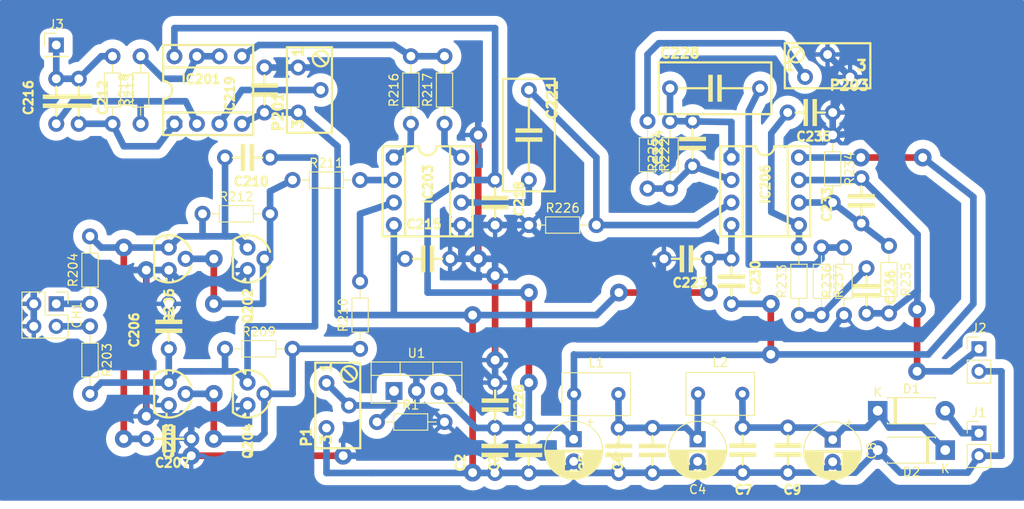
<source format=kicad_pcb>
(kicad_pcb (version 20221018) (generator pcbnew)
  (layers (0 "F.Cu" signal) (31 "B.Cu" signal) (34 "B.Paste" user) (35 "F.Paste" user) (36 "B.SilkS" user "B.Silkscreen") (37 "F.SilkS" user "F.Silkscreen") (38 "B.Mask" user) (39 "F.Mask" user) (44 "Edge.Cuts" user))
  (net 0 "")
  (net 1 "VGND")
  (net 2 "Net-(Q204-C)")
  (net 3 "RIGHT LEG")
  (net 4 "Net-(Q202-C)")
  (net 5 "GND")
  (net 6 "+5V{slash}2")
  (net 7 "Net-(IC206A-+IN)")
  (net 8 "COM")
  (net 9 "Net-(IC206A--IN)")
  (net 10 "Net-(IC206A-OUT)")
  (net 11 "Net-(C228-Pad2)")
  (net 12 "Net-(IC206B--IN)")
  (net 13 "DC CHECK")
  (net 14 "Net-(IC206B-+IN)")
  (net 15 "Net-(C236-Pad1)")
  (net 16 "Net-(IC203-RG)")
  (net 17 "Net-(IC203--IN)")
  (net 18 "Net-(IC203-+IN)")
  (net 19 "Net-(IC203-RG@1)")
  (net 20 "Net-(P203-Pad1)")
  (net 21 "Net-(Q202-B)")
  (net 22 "Net-(Q204-B)")
  (net 23 "Net-(C212-Pad2)")
  (net 24 "cha1 +")
  (net 25 "cha1 -")
  (net 26 "OUT")
  (net 27 "Net-(IC201A-+)")
  (net 28 "Net-(IC201B-+)")
  (net 29 "Net-(IC201B--)")
  (net 30 "Net-(U1-ADJ)")
  (net 31 "+5V{slash}3")
  (net 32 "Net-(D1-K)")
  (net 33 "VCC")
  (footprint "" (layer "F.Cu") (at 86.36 107.315)
    (fp_text reference "")
    (fp_text value "")
  )
  (footprint "modEEGamp_v1.12:DIL-08" (layer "F.Cu") (at 113.03 77.47 -90)
    (fp_text reference "IC203")
    (fp_text value "INA114P")
  )
  (footprint "" (layer "F.Cu") (at 88.9 90.16366 90)
    (fp_text reference "")
    (fp_text value "")
  )
  (footprint "modEEGamp_v1.12:CP_Radial_D6.3mm_P2.50mm" (layer "F.Cu") (at 129.52 105.45 -90)
    (fp_text reference "C1")
    (fp_text value "47µF")
  )
  (footprint "" (layer "F.Cu") (at 120.65 96.52)
    (fp_text reference "")
    (fp_text value "")
  )
  (footprint "" (layer "F.Cu") (at 88.9 105.41 -90)
    (fp_text reference "")
    (fp_text value "")
  )
  (footprint "" (layer "F.Cu") (at 81.28 102.87)
    (fp_text reference "")
    (fp_text value "")
  )
  (footprint "modEEGamp_v1.12:R_Axial_DIN0204_L3.6mm_D1.6mm_P7.62mm_Horizontal" (layer "F.Cu") (at 97.79 76.2)
    (fp_text reference "R211")
    (fp_text value "2k2")
  )
  (footprint "modEEGamp_v1.12:C-5" (layer "F.Cu") (at 147.32 87.63 -90)
    (fp_text reference "C230")
    (fp_text value "100nF")
  )
  (footprint "modEEGamp_v1.12:R_Axial_DIN0204_L3.6mm_D1.6mm_P7.62mm_Horizontal" (layer "F.Cu") (at 154.94 91.44 90)
    (fp_text reference "R233")
    (fp_text value "15k")
  )
  (footprint "" (layer "F.Cu") (at 118.11 91.44)
    (fp_text reference "")
    (fp_text value "")
  )
  (footprint "modEEGamp_v1.12:C-5" (layer "F.Cu") (at 153.69 106.68 90)
    (fp_text reference "C9")
    (fp_text value "100nF")
  )
  (footprint "modEEGamp_v1.12:CP_Radial_D6.3mm_P2.50mm" (layer "F.Cu") (at 158.75 105.497621 -90)
    (fp_text reference "C8")
    (fp_text value "47µF")
  )
  (footprint "modEEGamp_v1.12:C-10" (layer "F.Cu") (at 145.47 65.84)
    (fp_text reference "C228")
    (fp_text value "1µF")
  )
  (footprint "modEEGamp_v1.12:S64Y" (layer "F.Cu") (at 158.17 63.3 180)
    (fp_text reference "P203")
    (fp_text value "20k")
  )
  (footprint "modEEGamp_v1.12:R_Axial_DIN0204_L3.6mm_D1.6mm_P7.62mm_Horizontal" (layer "F.Cu") (at 74.93 90.17 90)
    (fp_text reference "R204")
    (fp_text value "2k2")
  )
  (footprint "modEEGamp_v1.12:S64Y" (layer "F.Cu") (at 102.89 101.64 90)
    (fp_text reference "P1")
    (fp_text value "20k")
  )
  (footprint "modEEGamp_v1.12:C-5" (layer "F.Cu") (at 83.82 105.41 180)
    (fp_text reference "C207")
    (fp_text value "100pF")
  )
  (footprint "modEEGamp_v1.12:C-5" (layer "F.Cu") (at 94.615 66.04 90)
    (fp_text reference "C219")
    (fp_text value "100nF")
  )
  (footprint "modEEGamp_v1.12:C-5" (layer "F.Cu") (at 120.65 78.74 -90)
    (fp_text reference "C218")
    (fp_text value "100nF")
  )
  (footprint "" (layer "F.Cu") (at 88.9 85.09 -90)
    (fp_text reference "")
    (fp_text value "")
  )
  (footprint "modEEGamp_v1.12:TO92" (layer "F.Cu") (at 83.82 85.09 -90)
    (fp_text reference "Q206")
    (fp_text value "BC547")
  )
  (footprint "Diode_THT:D_DO-41_SOD81_P7.62mm_Horizontal" (layer "F.Cu") (at 163.83 102.235)
    (fp_text reference "D1")
    (fp_text value "1N5818")
  )
  (footprint "modEEGamp_v1.12:R_Axial_DIN0204_L3.6mm_D1.6mm_P7.62mm_Horizontal" (layer "F.Cu") (at 74.93 92.71 -90)
    (fp_text reference "R203")
    (fp_text value "2k2")
  )
  (footprint "modEEGamp_v1.12:C-5" (layer "F.Cu") (at 124.44 106.72 90)
    (fp_text reference "C3")
    (fp_text value "10nF")
  )
  (footprint "" (layer "F.Cu") (at 168.91 73.66)
    (fp_text reference "")
    (fp_text value "")
  )
  (footprint "modEEGamp_v1.12:C-5" (layer "F.Cu") (at 92.71 73.66 180)
    (fp_text reference "C210")
    (fp_text value "10pF")
  )
  (footprint "modEEGamp_v1.12:R_Axial_DIN0204_L3.6mm_D1.6mm_P7.62mm_Horizontal" (layer "F.Cu") (at 90.17 95.25)
    (fp_text reference "R209")
    (fp_text value "2k2")
  )
  (footprint "" (layer "F.Cu") (at 124.46 88.9)
    (fp_text reference "")
    (fp_text value "")
  )
  (footprint "modEEGamp_v1.12:C-5" (layer "F.Cu") (at 156.21 68.58 180)
    (fp_text reference "C235")
    (fp_text value "220nF 5%")
  )
  (footprint "" (layer "F.Cu") (at 81.28 86.36)
    (fp_text reference "")
    (fp_text value "")
  )
  (footprint "modEEGamp_v1.12:S64Y" (layer "F.Cu") (at 99.695 66.04 90)
    (fp_text reference "P201")
    (fp_text value "20k")
  )
  (footprint "modEEGamp_v1.12:R_Axial_DIN0204_L3.6mm_D1.6mm_P7.62mm_Horizontal" (layer "F.Cu") (at 124.46 81.28)
    (fp_text reference "R226")
    (fp_text value "1M")
  )
  (footprint "" (layer "F.Cu") (at 134.62 88.9)
    (fp_text reference "")
    (fp_text value "")
  )
  (footprint "" (layer "F.Cu") (at 78.74 83.82)
    (fp_text reference "")
    (fp_text value "")
  )
  (footprint "modEEGamp_v1.12:C-5" (layer "F.Cu") (at 161.98 78.54 90)
    (fp_text reference "C233")
    (fp_text value "1nF")
  )
  (footprint "" (layer "F.Cu") (at 144.78 88.9)
    (fp_text reference "")
    (fp_text value "")
  )
  (footprint "modEEGamp_v1.12:C-5" (layer "F.Cu") (at 73.66 67.31 -90)
    (fp_text reference "C212")
    (fp_text value "1nF")
  )
  (footprint "" (layer "F.Cu") (at 118.11 109.22)
    (fp_text reference "")
    (fp_text value "")
  )
  (footprint "" (layer "F.Cu") (at 124.46 99.06)
    (fp_text reference "")
    (fp_text value "")
  )
  (footprint "modEEGamp_v1.12:TO92" (layer "F.Cu") (at 92.71 85.09 -90)
    (fp_text reference "Q202")
    (fp_text value "BC557")
  )
  (footprint "Connector_PinHeader_2.54mm:PinHeader_2x02_P2.54mm_Vertical" (layer "F.Cu") (at 71.12 90.17 -90)
    (fp_text reference "CH1")
    (fp_text value " ")
  )
  (footprint "Inductor_THT:L_Radial_L7.5mm_W4.6mm_P5.00mm_Neosid_SD75" (layer "F.Cu") (at 143.55 100.33)
    (fp_text reference "L2")
    (fp_text value "22µH")
  )
  (footprint "modEEGamp_v1.12:R_Axial_DIN0204_L3.6mm_D1.6mm_P7.62mm_Horizontal" (layer "F.Cu") (at 137.85 69.54 -90)
    (fp_text reference "R222")
    (fp_text value "1k")
  )
  (footprint "" (layer "F.Cu") (at 120.65 86.995)
    (fp_text reference "")
    (fp_text value "")
  )
  (footprint "modEEGamp_v1.12:R_Axial_DIN0204_L3.6mm_D1.6mm_P7.62mm_Horizontal" (layer "F.Cu") (at 158.75 71.12 -90)
    (fp_text reference "R234")
    (fp_text value "8.2k")
  )
  (footprint "Package_TO_SOT_THT:TO-220-3_Vertical" (layer "F.Cu") (at 109.24 100.005)
    (fp_text reference "U1")
    (fp_text value "LM317_TO-220")
  )
  (footprint "modEEGamp_v1.12:R_Axial_DIN0204_L3.6mm_D1.6mm_P7.62mm_Horizontal" (layer "F.Cu") (at 111.141 69.85 90)
    (fp_text reference "R216")
    (fp_text value "2k2")
  )
  (footprint "" (layer "F.Cu") (at 161.925 73.66)
    (fp_text reference "")
    (fp_text value "")
  )
  (footprint "Connector_PinHeader_2.54mm:PinHeader_1x02_P2.54mm_Vertical" (layer "F.Cu") (at 175.26 104.77)
    (fp_text reference "J1")
    (fp_text value "Power")
  )
  (footprint "Diode_THT:D_DO-41_SOD81_P7.62mm_Horizontal" (layer "F.Cu") (at 171.45 106.68 180)
    (fp_text reference "D2")
    (fp_text value "1N5818")
  )
  (footprint "modEEGamp_v1.12:R_Axial_DIN0204_L3.6mm_D1.6mm_P7.62mm_Horizontal" (layer "F.Cu") (at 105.41 95.25 90)
    (fp_text reference "R210")
    (fp_text value "2k2")
  )
  (footprint "modEEGamp_v1.12:C-5" (layer "F.Cu") (at 71.12 67.31 -90)
    (fp_text reference "C216")
    (fp_text value "1nF")
  )
  (footprint "modEEGamp_v1.12:DIL-08" (layer "F.Cu") (at 88.265 66.04)
    (fp_text reference "IC201")
    (fp_text value "TLC277")
  )
  (footprint "modEEGamp_v1.12:TO92" (layer "F.Cu") (at 83.82 100.33 -90)
    (fp_text reference "Q208")
    (fp_text value "BC547")
  )
  (footprint "modEEGamp_v1.12:R_Axial_DIN0204_L3.6mm_D1.6mm_P7.62mm_Horizontal" (layer "F.Cu") (at 165.1 83.62 -90)
    (fp_text reference "R235")
    (fp_text value "100k")
  )
  (footprint "modEEGamp_v1.12:C-5" (layer "F.Cu") (at 113.03 85.09)
    (fp_text reference "C215")
    (fp_text value "100nF")
  )
  (footprint "modEEGamp_v1.12:C-5" (layer "F.Cu") (at 142.24 85.09 180)
    (fp_text reference "C223")
    (fp_text value "100nF")
  )
  (footprint "modEEGamp_v1.12:C-5" (layer "F.Cu") (at 138.41 106.72 90)
    (fp_text reference "C6")
    (fp_text value "10nF")
  )
  (footprint "modEEGamp_v1.12:R_Axial_DIN0204_L3.6mm_D1.6mm_P7.62mm_Horizontal" (layer "F.Cu") (at 107.315 103.505)
    (fp_text reference "R1")
    (fp_text value "100")
  )
  (footprint "modEEGamp_v1.12:C-5" (layer "F.Cu") (at 120.65 101.6 -90)
    (fp_text reference "C226")
    (fp_text value "100nF")
  )
  (footprint "Inductor_THT:L_Radial_L7.5mm_W4.6mm_P5.00mm_Neosid_SD75" (layer "F.Cu") (at 129.56 100.37)
    (fp_text reference "L1")
    (fp_text value "22µH")
  )
  (footprint "modEEGamp_v1.12:C-5" (layer "F.Cu") (at 142.93 72.08 90)
    (fp_text reference "C224")
    (fp_text value "1nF")
  )
  (footprint "" (layer "F.Cu") (at 103.505 107.315)
    (fp_text reference "")
    (fp_text value "")
  )
  (footprint "" (layer "F.Cu") (at 118.745 85.09)
    (fp_text reference "")
    (fp_text value "")
  )
  (footprint "modEEGamp_v1.12:C-10" (layer "F.Cu") (at 124.46 71.12 -90)
    (fp_text reference "C221")
    (fp_text value "1µF")
  )
  (footprint "" (layer "F.Cu") (at 151.765 90.17)
    (fp_text reference "")
    (fp_text value "")
  )
  (footprint "" (layer "F.Cu") (at 88.9 100.33)
    (fp_text reference "")
    (fp_text value "")
  )
  (footprint "" (layer "F.Cu") (at 168.275 90.805)
    (fp_text reference "")
    (fp_text value "")
  )
  (footprint "" (layer "F.Cu") (at 118.745 71.12)
    (fp_text reference "")
    (fp_text value "")
  )
  (footprint "modEEGamp_v1.12:DIL-08" (layer "F.Cu") (at 151.13 77.47 -90)
    (fp_text reference "IC206")
    (fp_text value "TLC277P")
  )
  (footprint "modEEGamp_v1.12:R_Axial_DIN0204_L3.6mm_D1.6mm_P7.62mm_Horizontal" (layer "F.Cu") (at 157.48 83.82 -90)
    (fp_text reference "R237")
    (fp_text value "10k")
  )
  (footprint "modEEGamp_v1.12:C-5" (layer "F.Cu") (at 148.59 106.68 -90)
    (fp_text reference "C7")
    (fp_text value "100nF")
  )
  (footprint "modEEGamp_v1.12:R_Axial_DIN0204_L3.6mm_D1.6mm_P7.62mm_Horizontal" (layer "F.Cu") (at 114.935 69.85 90)
    (fp_text reference "R217")
    (fp_text value "2k2")
  )
  (footprint "modEEGamp_v1.12:C-5" (layer "F.Cu") (at 134.6 106.72 90)
    (fp_text reference "C5")
    (fp_text value "100nF")
  )
  (footprint "modEEGamp_v1.12:R_Axial_DIN0204_L3.6mm_D1.6mm_P7.62mm_Horizontal" (layer "F.Cu") (at 160.02 91.44 90)
    (fp_text reference "R236")
    (fp_text value "1M")
  )
  (footprint "Connector_PinHeader_2.54mm:PinHeader_1x02_P2.54mm_Vertical" (layer "F.Cu") (at 175.26 95.25)
    (fp_text reference "J2")
    (fp_text value "Saída")
  )
  (footprint "modEEGamp_v1.12:TO92" (layer "F.Cu") (at 92.71 100.33 -90)
    (fp_text reference "Q204")
    (fp_text value "BC557")
  )
  (footprint "modEEGamp_v1.12:R_Axial_DIN0204_L3.6mm_D1.6mm_P7.62mm_Horizontal" (layer "F.Cu") (at 87.63 80.01)
    (fp_text reference "R212")
    (fp_text value "2k2")
  )
  (footprint "modEEGamp_v1.12:R_Axial_DIN0204_L3.6mm_D1.6mm_P7.62mm_Horizontal" (layer "F.Cu") (at 77.47 62.23 -90)
    (fp_text reference "R213")
    (fp_text value "200k")
  )
  (footprint "modEEGamp_v1.12:R_Axial_DIN0204_L3.6mm_D1.6mm_P7.62mm_Horizontal" (layer "F.Cu") (at 80.645 69.85 90)
    (fp_text reference "R218")
    (fp_text value "10k")
  )
  (footprint "modEEGamp_v1.12:C-5" (layer "F.Cu") (at 83.82 92.71 90)
    (fp_text reference "C206")
    (fp_text value "100pF")
  )
  (footprint "modEEGamp_v1.12:CP_Radial_D6.3mm_P2.50mm" (layer "F.Cu") (at 143.51 105.45 -90)
    (fp_text reference "C4")
    (fp_text value "47µF")
  )
  (footprint "modEEGamp_v1.12:R_Axial_DIN0204_L3.6mm_D1.6mm_P7.62mm_Horizontal" (layer "F.Cu") (at 140.39 77.16 90)
    (fp_text reference "R225")
    (fp_text value "100k")
  )
  (footprint "" (layer "F.Cu") (at 78.74 105.41)
    (fp_text reference "")
    (fp_text value "")
  )
  (footprint "modEEGamp_v1.12:C-5" (layer "F.Cu") (at 120.63 106.72 90)
    (fp_text reference "C2")
    (fp_text value "100nF")
  )
  (footprint "modEEGamp_v1.12:C-5" (layer "F.Cu") (at 162.56 88.7 -90)
    (fp_text reference "C236")
    (fp_text value "33nF 5%")
  )
  (footprint "" (layer "F.Cu") (at 151.765 95.885)
    (fp_text reference "")
    (fp_text value "")
  )
  (footprint "Connector_PinHeader_2.54mm:PinHeader_1x01_P2.54mm_Vertical" (layer "F.Cu") (at 71.12 60.96)
    (fp_text reference "J3")
    (fp_text value "right leg")
  )
  (footprint "" (layer "F.Cu") (at 168.275 97.79)
    (fp_text reference "")
    (fp_text value "")
  )
  (segment (start 120.65 86.995) (end 120.65 96.52) (width 0.75) (layer "F.Cu") (net 1))
  (segment (start 118.745 71.12) (end 118.745 85.09) (width 0.75) (layer "F.Cu") (net 1))
  (segment (start 81.28 86.36) (end 81.28 102.87) (width 0.75) (layer "F.Cu") (net 1))
  (segment (start 103.505 107.315) (end 86.36 107.315) (width 0.75) (layer "F.Cu") (net 1))
  (segment (start 124.46 81.28) (end 128.27 85.09) (width 0.75) (layer "B.Cu") (net 1))
  (segment (start 86.36 102.87) (end 86.36 105.41) (width 0.75) (layer "B.Cu") (net 1))
  (segment (start 116.84 85.09) (end 116.84 81.28) (width 0.75) (layer "B.Cu") (net 1))
  (segment (start 86.36 105.41) (end 86.36 107.315) (width 0.75) (layer "B.Cu") (net 1))
  (segment (start 160.02 91.38) (end 158.17 93.78) (width 0.75) (layer "B.Cu") (net 1))
  (segment (start 172.72 89.39) (end 168.33 93.78) (width 0.75) (layer "B.Cu") (net 1))
  (segment (start 115.57 85.09) (end 116.84 85.09) (width 0.75) (layer "B.Cu") (net 1))
  (segment (start 113.03 103.505) (end 111.76 102.235) (width 0.75) (layer "B.Cu") (net 1))
  (segment (start 161.98 70.92) (end 172.72 81.66) (width 0.75) (layer "B.Cu") (net 1))
  (segment (start 160.71 64.57) (end 158.75 68.58) (width 0.75) (layer "B.Cu") (net 1))
  (segment (start 114.935 103.505) (end 113.03 103.505) (width 0.75) (layer "B.Cu") (net 1))
  (segment (start 120.65 81.28) (end 124.46 81.28) (width 0.75) (layer "B.Cu") (net 1))
  (segment (start 111.76 97.155) (end 118.745 97.155) (width 0.75) (layer "B.Cu") (net 1))
  (segment (start 142.04 93.78) (end 139.12 90.86) (width 0.75) (layer "B.Cu") (net 1))
  (segment (start 83.82 86.36) (end 85.09 87.63) (width 0.75) (layer "B.Cu") (net 1))
  (segment (start 83.82 101.6) (end 83.82 102.87) (width 0.75) (layer "B.Cu") (net 1))
  (segment (start 172.72 81.66) (end 172.72 89.39) (width 0.75) (layer "B.Cu") (net 1))
  (segment (start 111.76 102.235) (end 111.76 97.155) (width 0.75) (layer "B.Cu") (net 1))
  (segment (start 139.12 90.86) (end 139.12 85.67) (width 0.75) (layer "B.Cu") (net 1))
  (segment (start 98.425 63.5) (end 94.615 63.5) (width 0.75) (layer "B.Cu") (net 1))
  (segment (start 83.82 90.17) (end 83.82 86.36) (width 0.75) (layer "B.Cu") (net 1))
  (segment (start 68.58 86.36) (end 68.58 92.71) (width 0.75) (layer "B.Cu") (net 1))
  (segment (start 91.44 102.87) (end 92.71 101.6) (width 0.75) (layer "B.Cu") (net 1))
  (segment (start 105.41 64.77) (end 104.14 63.5) (width 0.75) (layer "B.Cu") (net 1))
  (segment (start 107.315 107.315) (end 103.505 107.315) (width 0.75) (layer "B.Cu") (net 1))
  (segment (start 83.82 86.36) (end 81.28 86.36) (width 0.75) (layer "B.Cu") (net 1))
  (segment (start 120.65 96.52) (end 120.65 99.06) (width 0.75) (layer "B.Cu") (net 1))
  (segment (start 128.27 85.09) (end 139.7 85.09) (width 0.75) (layer "B.Cu") (net 1))
  (segment (start 81.28 86.36) (end 68.58 86.36) (width 0.75) (layer "B.Cu") (net 1))
  (segment (start 116.84 85.09) (end 120.65 85.09) (width 0.75) (layer "B.Cu") (net 1))
  (segment (start 85.09 87.63) (end 91.44 87.63) (width 0.75) (layer "B.Cu") (net 1))
  (segment (start 139.12 85.67) (end 139.7 85.09) (width 0.75) (layer "B.Cu") (net 1))
  (segment (start 86.36 102.87) (end 91.44 102.87) (width 0.75) (layer "B.Cu") (net 1))
  (segment (start 104.14 63.5) (end 98.425 63.5) (width 0.75) (layer "B.Cu") (net 1))
  (segment (start 120.65 85.09) (end 120.65 86.995) (width 0.75) (layer "B.Cu") (net 1))
  (segment (start 158.75 71.12) (end 161.98 70.92) (width 0.75) (layer "B.Cu") (net 1))
  (segment (start 158.17 62.03) (end 160.71 64.57) (width 0.75) (layer "B.Cu") (net 1))
  (segment (start 156.9 93.98) (end 142.04 93.98) (width 0.75) (layer "B.Cu") (net 1))
  (segment (start 158.75 68.58) (end 158.75 71.12) (width 0.75) (layer "B.Cu") (net 1))
  (segment (start 91.44 87.63) (end 92.71 86.36) (width 0.75) (layer "B.Cu") (net 1))
  (segment (start 118.745 97.155) (end 120.65 99.06) (width 0.75) (layer "B.Cu") (net 1))
  (segment (start 114.935 64.77) (end 105.41 64.77) (width 0.75) (layer "B.Cu") (net 1))
  (segment (start 118.745 71.12) (end 118.745 68.58) (width 0.75) (layer "B.Cu") (net 1))
  (segment (start 111.76 102.235) (end 107.315 107.315) (width 0.75) (layer "B.Cu") (net 1))
  (segment (start 86.36 102.87) (end 81.28 102.87) (width 0.75) (layer "B.Cu") (net 1))
  (segment (start 120.65 81.28) (end 116.84 81.28) (width 0.75) (layer "B.Cu") (net 1))
  (segment (start 168.33 93.98) (end 156.9 93.98) (width 0.75) (layer "B.Cu") (net 1))
  (segment (start 118.745 68.58) (end 114.935 64.77) (width 0.75) (layer "B.Cu") (net 1))
  (segment (start 83.82 99.06) (end 85.09 97.79) (width 0.75) (layer "B.Cu") (net 2))
  (segment (start 90.17 95.25) (end 90.17 97.79) (width 0.75) (layer "B.Cu") (net 2))
  (segment (start 76.2 99.06) (end 74.93 100.33) (width 0.75) (layer "B.Cu") (net 2))
  (segment (start 100.33 92.71) (end 92.71 92.71) (width 0.75) (layer "B.Cu") (net 2))
  (segment (start 83.82 99.06) (end 76.2 99.06) (width 0.75) (layer "B.Cu") (net 2))
  (segment (start 87.63 97.79) (end 91.44 97.79) (width 0.75) (layer "B.Cu") (net 2))
  (segment (start 95.25 73.66) (end 100.33 73.66) (width 0.75) (layer "B.Cu") (net 2))
  (segment (start 92.71 92.71) (end 92.71 99.06) (width 0.75) (layer "B.Cu") (net 2))
  (segment (start 100.33 73.66) (end 100.33 92.71) (width 0.75) (layer "B.Cu") (net 2))
  (segment (start 91.44 97.79) (end 92.71 99.06) (width 0.75) (layer "B.Cu") (net 2))
  (segment (start 85.09 97.79) (end 87.63 97.79) (width 0.75) (layer "B.Cu") (net 2))
  (segment (start 83.82 95.25) (end 83.82 99.06) (width 0.75) (layer "B.Cu") (net 2))
  (segment (start 71.12 64.77) (end 71.12 60.96) (width 0.75) (layer "B.Cu") (net 3))
  (segment (start 77.47 62.23) (end 76.2 62.23) (width 0.75) (layer "B.Cu") (net 3))
  (segment (start 71.12 64.77) (end 73.66 64.77) (width 0.75) (layer "B.Cu") (net 3))
  (segment (start 76.2 62.23) (end 73.66 64.77) (width 0.75) (layer "B.Cu") (net 3))
  (segment (start 78.74 83.82) (end 78.74 105.41) (width 0.75) (layer "F.Cu") (net 4))
  (segment (start 91.44 82.55) (end 92.71 83.82) (width 0.75) (layer "B.Cu") (net 4))
  (segment (start 87.63 82.55) (end 90.17 82.55) (width 0.75) (layer "B.Cu") (net 4))
  (segment (start 90.17 82.55) (end 90.17 73.66) (width 0.75) (layer "B.Cu") (net 4))
  (segment (start 83.82 83.82) (end 85.09 82.55) (width 0.75) (layer "B.Cu") (net 4))
  (segment (start 83.82 83.82) (end 78.74 83.82) (width 0.75) (layer "B.Cu") (net 4))
  (segment (start 81.28 105.41) (end 78.74 105.41) (width 0.75) (layer "B.Cu") (net 4))
  (segment (start 76.2 83.82) (end 78.74 83.82) (width 0.75) (layer "B.Cu") (net 4))
  (segment (start 90.17 82.55) (end 91.44 82.55) (width 0.75) (layer "B.Cu") (net 4))
  (segment (start 87.63 80.01) (end 87.63 82.55) (width 0.75) (layer "B.Cu") (net 4))
  (segment (start 85.09 82.55) (end 87.63 82.55) (width 0.75) (layer "B.Cu") (net 4))
  (segment (start 74.93 82.55) (end 76.2 83.82) (width 0.75) (layer "B.Cu") (net 4))
  (segment (start 144.78 88.9) (end 134.62 88.9) (width 0.75) (layer "F.Cu") (net 5))
  (segment (start 118.11 91.44) (end 118.11 109.22) (width 0.75) (layer "F.Cu") (net 5))
  (segment (start 109.22 81.28) (end 109.22 85.09) (width 0.75) (layer "B.Cu") (net 5))
  (segment (start 118.725 109.26) (end 122.535 109.26) (width 0.75) (layer "B.Cu") (net 5))
  (segment (start 102.87 72.39) (end 98.425 68.58) (width 0.75) (layer "B.Cu") (net 5))
  (segment (start 106.7 109.26) (end 118.765 109.26) (width 0.75) (layer "B.Cu") (net 5))
  (segment (start 163.83 106.68) (end 166.37 109.22) (width 0.75) (layer "B.Cu") (net 5))
  (segment (start 122.535 109.26) (end 128.21 109.26) (width 0.75) (layer "B.Cu") (net 5))
  (segment (start 175.26 107.31) (end 177.8 107.315) (width 0.75) (layer "B.Cu") (net 5))
  (segment (start 144.2 84.89) (end 147.32 84.89) (width 0.75) (layer "B.Cu") (net 5))
  (segment (start 130.83 109.26) (end 142.24 109.22) (width 0.75) (layer "B.Cu") (net 5))
  (segment (start 147.32 84.89) (end 147.32 81.28) (width 0.75) (layer "B.Cu") (net 5))
  (segment (start 109.22 91.44) (end 102.87 91.44) (width 0.75) (layer "B.Cu") (net 5))
  (segment (start 160.02 109.22) (end 161.29 109.22) (width 0.75) (layer "B.Cu") (net 5))
  (segment (start 110.49 85.09) (end 109.22 85.09) (width 0.75) (layer "B.Cu") (net 5))
  (segment (start 101.62 109.26) (end 106.7 109.26) (width 0.75) (layer "B.Cu") (net 5))
  (segment (start 166.37 109.22) (end 173.99 109.22) (width 0.75) (layer "B.Cu") (net 5))
  (segment (start 158.75 107.997621) (end 160.02 109.22) (width 0.75) (layer "B.Cu") (net 5))
  (segment (start 161.29 109.22) (end 163.83 106.68) (width 0.75) (layer "B.Cu") (net 5))
  (segment (start 109.22 85.09) (end 109.22 91.44) (width 0.75) (layer "B.Cu") (net 5))
  (segment (start 142.24 109.22) (end 143.51 107.95) (width 0.75) (layer "B.Cu") (net 5))
  (segment (start 144.78 109.22) (end 153.69 109.22) (width 0.75) (layer "B.Cu") (net 5))
  (segment (start 102.87 91.44) (end 102.87 72.39) (width 0.75) (layer "B.Cu") (net 5))
  (segment (start 129.52 107.95) (end 130.83 109.26) (width 0.75) (layer "B.Cu") (net 5))
  (segment (start 109.22 91.44) (end 132.08 91.44) (width 0.75) (layer "B.Cu") (net 5))
  (segment (start 94.615 68.58) (end 92.075 69.85) (width 0.75) (layer "B.Cu") (net 5))
  (segment (start 98.425 68.58) (end 94.615 68.58) (width 0.75) (layer "B.Cu") (net 5))
  (segment (start 177.8 97.79) (end 175.26 97.79) (width 0.75) (layer "B.Cu") (net 5))
  (segment (start 128.21 109.26) (end 129.52 107.95) (width 0.75) (layer "B.Cu") (net 5))
  (segment (start 173.99 109.22) (end 175.26 107.31) (width 0.75) (layer "B.Cu") (net 5))
  (segment (start 144.78 84.89) (end 144.78 88.9) (width 0.75) (layer "B.Cu") (net 5))
  (segment (start 177.8 107.315) (end 177.8 97.79) (width 0.75) (layer "B.Cu") (net 5))
  (segment (start 153.67 109.22) (end 157.48 109.22) (width 0.75) (layer "B.Cu") (net 5))
  (segment (start 157.48 109.22) (end 158.75 107.997621) (width 0.75) (layer "B.Cu") (net 5))
  (segment (start 101.62 104.18) (end 101.62 109.26) (width 0.75) (layer "B.Cu") (net 5))
  (segment (start 143.51 107.95) (end 144.78 109.22) (width 0.75) (layer "B.Cu") (net 5))
  (segment (start 132.08 91.44) (end 134.62 88.9) (width 0.75) (layer "B.Cu") (net 5))
  (segment (start 151.765 90.17) (end 151.765 95.885) (width 0.75) (layer "F.Cu") (net 6))
  (segment (start 124.46 88.9) (end 124.46 99.06) (width 0.75) (layer "F.Cu") (net 6))
  (segment (start 161.925 73.66) (end 168.91 73.66) (width 0.75) (layer "F.Cu") (net 6))
  (segment (start 118.495 104.18) (end 114.32 100.005) (width 0.75) (layer "B.Cu") (net 6))
  (segment (start 84.455 59.055) (end 84.455 62.23) (width 0.75) (layer "B.Cu") (net 6))
  (segment (start 151.725 95.925) (end 151.765 95.885) (width 0.75) (layer "B.Cu") (net 6))
  (segment (start 113.03 78.74) (end 113.03 88.9) (width 0.75) (layer "B.Cu") (net 6))
  (segment (start 135.91 95.925) (end 129.58 95.925) (width 0.75) (layer "B.Cu") (net 6))
  (segment (start 124.46 99.06) (end 124.44 104.18) (width 0.75) (layer "B.Cu") (net 6))
  (segment (start 120.65 59.055) (end 84.455 59.055) (width 0.75) (layer "B.Cu") (net 6))
  (segment (start 120.65 76.2) (end 116.84 76.2) (width 0.75) (layer "B.Cu") (net 6))
  (segment (start 174.625 78.105) (end 168.91 73.66) (width 0.75) (layer "B.Cu") (net 6))
  (segment (start 151.765 95.885) (end 169.545 95.885) (width 0.75) (layer "B.Cu") (net 6))
  (segment (start 147.32 90.17) (end 151.765 90.17) (width 0.75) (layer "B.Cu") (net 6))
  (segment (start 154.94 73.66) (end 161.925 73.66) (width 0.75) (layer "B.Cu") (net 6))
  (segment (start 129.52 105.45) (end 128.25 104.18) (width 0.75) (layer "B.Cu") (net 6))
  (segment (start 129.58 95.925) (end 129.54 95.885) (width 0.75) (layer "B.Cu") (net 6))
  (segment (start 128.25 104.18) (end 120.63 104.18) (width 0.75) (layer "B.Cu") (net 6))
  (segment (start 116.84 76.2) (end 113.03 78.74) (width 0.75) (layer "B.Cu") (net 6))
  (segment (start 135.91 95.925) (end 151.725 95.925) (width 0.75) (layer "B.Cu") (net 6))
  (segment (start 174.625 90.17) (end 174.625 78.105) (width 0.75) (layer "B.Cu") (net 6))
  (segment (start 129.56 100.37) (end 129.52 105.45) (width 0.75) (layer "B.Cu") (net 6))
  (segment (start 113.03 88.9) (end 124.46 88.9) (width 0.75) (layer "B.Cu") (net 6))
  (segment (start 169.545 95.885) (end 174.625 90.17) (width 0.75) (layer "B.Cu") (net 6))
  (segment (start 120.65 76.2) (end 120.65 59.055) (width 0.75) (layer "B.Cu") (net 6))
  (segment (start 120.63 104.18) (end 118.495 104.18) (width 0.75) (layer "B.Cu") (net 6))
  (segment (start 129.54 95.885) (end 129.56 100.37) (width 0.75) (layer "B.Cu") (net 6))
  (segment (start 132.08 81.28) (end 143.51 81.28) (width 0.75) (layer "B.Cu") (net 7))
  (segment (start 124.46 66.04) (end 132.08 73.66) (width 0.75) (layer "B.Cu") (net 7))
  (segment (start 143.51 81.28) (end 147.32 78.74) (width 0.75) (layer "B.Cu") (net 7))
  (segment (start 132.08 73.66) (end 132.08 81.28) (width 0.75) (layer "B.Cu") (net 7))
  (segment (start 80.645 67.31) (end 73.025 67.31) (width 0.75) (layer "B.Cu") (net 8))
  (segment (start 73.025 67.31) (end 71.12 69.85) (width 0.75) (layer "B.Cu") (net 8))
  (segment (start 86.995 69.85) (end 85.725 67.31) (width 0.75) (layer "B.Cu") (net 8))
  (segment (start 85.725 67.31) (end 80.645 67.31) (width 0.75) (layer "B.Cu") (net 8))
  (segment (start 80.645 67.31) (end 80.645 69.85) (width 0.75) (layer "B.Cu") (net 8))
  (segment (start 142.93 74.62) (end 147.32 76.2) (width 0.75) (layer "B.Cu") (net 9))
  (segment (start 140.39 77.16) (end 137.85 77.16) (width 0.75) (layer "B.Cu") (net 9))
  (segment (start 142.93 74.62) (end 140.39 77.16) (width 0.75) (layer "B.Cu") (net 9))
  (segment (start 147.32 69.65) (end 140.39 69.54) (width 0.75) (layer "B.Cu") (net 10))
  (segment (start 140.39 69.54) (end 140.39 65.84) (width 0.75) (layer "B.Cu") (net 10))
  (segment (start 147.32 69.65) (end 147.32 73.66) (width 0.75) (layer "B.Cu") (net 10))
  (segment (start 157.48 85.09) (end 157.48 83.82) (width 0.75) (layer "B.Cu") (net 11))
  (segment (start 149.28 68.38) (end 149.28 85.725) (width 0.75) (layer "B.Cu") (net 11))
  (segment (start 157.48 83.82) (end 160.02 83.82) (width 0.75) (layer "B.Cu") (net 11))
  (segment (start 156.845 85.725) (end 157.48 85.09) (width 0.75) (layer "B.Cu") (net 11))
  (segment (start 149.28 85.725) (end 156.845 85.725) (width 0.75) (layer "B.Cu") (net 11))
  (segment (start 150.55 65.84) (end 149.28 68.38) (width 0.75) (layer "B.Cu") (net 11))
  (segment (start 154.94 78.74) (end 158.75 78.74) (width 0.75) (layer "B.Cu") (net 12))
  (segment (start 158.75 78.74) (end 165.1 83.62) (width 0.75) (layer "B.Cu") (net 12))
  (segment (start 124.46 78.74) (end 124.46 76.2) (width 0.75) (layer "B.Cu") (net 13))
  (segment (start 116.84 78.74) (end 124.46 78.74) (width 0.75) (layer "B.Cu") (net 13))
  (segment (start 153.67 68.58) (end 151.82 70.92) (width 0.75) (layer "B.Cu") (net 14))
  (segment (start 151.82 79.81) (end 154.94 81.28) (width 0.75) (layer "B.Cu") (net 14))
  (segment (start 151.82 70.92) (end 151.82 79.81) (width 0.75) (layer "B.Cu") (net 14))
  (segment (start 154.94 81.28) (end 154.94 83.82) (width 0.75) (layer "B.Cu") (net 14))
  (segment (start 154.94 91.44) (end 157.48 91.44) (width 0.75) (layer "B.Cu") (net 15))
  (segment (start 157.48 91.44) (end 162.56 86.16) (width 0.75) (layer "B.Cu") (net 15))
  (segment (start 111.125 72.39) (end 111.141 69.85) (width 0.75) (layer "B.Cu") (net 16))
  (segment (start 109.22 73.66) (end 111.125 72.39) (width 0.75) (layer "B.Cu") (net 16))
  (segment (start 105.41 76.2) (end 109.22 76.2) (width 0.75) (layer "B.Cu") (net 17))
  (segment (start 105.41 80.01) (end 105.41 87.63) (width 0.75) (layer "B.Cu") (net 18))
  (segment (start 109.22 78.74) (end 105.41 80.01) (width 0.75) (layer "B.Cu") (net 18))
  (segment (start 114.935 72.39) (end 114.935 69.85) (width 0.75) (layer "B.Cu") (net 19))
  (segment (start 116.84 73.66) (end 114.935 72.39) (width 0.75) (layer "B.Cu") (net 19))
  (segment (start 139.12 60.76) (end 137.85 62.03) (width 0.75) (layer "B.Cu") (net 20))
  (segment (start 137.85 62.03) (end 137.85 69.54) (width 0.75) (layer "B.Cu") (net 20))
  (segment (start 153.09 60.76) (end 139.12 60.76) (width 0.75) (layer "B.Cu") (net 20))
  (segment (start 155.63 64.57) (end 153.09 60.76) (width 0.75) (layer "B.Cu") (net 20))
  (segment (start 88.9 85.08366) (end 88.9 90.16366) (width 0.75) (layer "F.Cu") (net 21))
  (segment (start 95.25 77.47) (end 97.79 76.2) (width 0.75) (layer "B.Cu") (net 21))
  (segment (start 94.456724 85.248276) (end 94.62134 85.08366) (width 0.75) (layer "B.Cu") (net 21))
  (segment (start 85.725 85.09) (end 88.9 85.09) (width 0.75) (layer "B.Cu") (net 21))
  (segment (start 94.456724 90.16366) (end 94.456724 85.248276) (width 0.75) (layer "B.Cu") (net 21))
  (segment (start 89.376724 90.16366) (end 94.456724 90.16366) (width 0.75) (layer "B.Cu") (net 21))
  (segment (start 95.25 80.01) (end 95.25 85.08366) (width 0.75) (layer "B.Cu") (net 21))
  (segment (start 94.62134 85.08366) (end 95.25 85.08366) (width 0.75) (layer "B.Cu") (net 21))
  (segment (start 95.25 80.01) (end 95.25 77.47) (width 0.75) (layer "B.Cu") (net 21))
  (segment (start 88.9 100.33) (end 88.9 105.41) (width 0.75) (layer "F.Cu") (net 22))
  (segment (start 85.725 100.33) (end 88.9 100.33) (width 0.75) (layer "B.Cu") (net 22))
  (segment (start 97.79 95.25) (end 97.79 100.33) (width 0.75) (layer "B.Cu") (net 22))
  (segment (start 88.9 105.41) (end 93.98 105.41) (width 0.75) (layer "B.Cu") (net 22))
  (segment (start 94.615 104.775) (end 94.615 100.33) (width 0.75) (layer "B.Cu") (net 22))
  (segment (start 93.98 105.41) (end 94.615 104.775) (width 0.75) (layer "B.Cu") (net 22))
  (segment (start 97.79 100.33) (end 94.615 100.33) (width 0.75) (layer "B.Cu") (net 22))
  (segment (start 105.41 95.25) (end 97.79 95.25) (width 0.75) (layer "B.Cu") (net 22))
  (segment (start 77.47 69.85) (end 78.74 72.39) (width 0.75) (layer "B.Cu") (net 23))
  (segment (start 78.74 72.39) (end 82.55 72.39) (width 0.75) (layer "B.Cu") (net 23))
  (segment (start 82.55 72.39) (end 84.455 69.85) (width 0.75) (layer "B.Cu") (net 23))
  (segment (start 77.47 69.85) (end 73.66 69.85) (width 0.75) (layer "B.Cu") (net 23))
  (segment (start 74.93 92.71) (end 71.12 92.71) (width 0.75) (layer "B.Cu") (net 24))
  (segment (start 71.12 90.17) (end 74.93 90.17) (width 0.75) (layer "B.Cu") (net 25))
  (segment (start 168.275 90.805) (end 168.275 97.79) (width 0.75) (layer "F.Cu") (net 26))
  (segment (start 168.33 88.7) (end 168.275 90.805) (width 0.75) (layer "B.Cu") (net 26))
  (segment (start 165.1 91.24) (end 162.56 91.24) (width 0.75) (layer "B.Cu") (net 26))
  (segment (start 154.94 76.2) (end 161.29 76.2) (width 0.75) (layer "B.Cu") (net 26))
  (segment (start 168.275 97.79) (end 172.085 97.79) (width 0.75) (layer "B.Cu") (net 26))
  (segment (start 168.33 88.7) (end 165.1 91.24) (width 0.75) (layer "B.Cu") (net 26))
  (segment (start 161.98 76) (end 168.33 82.35) (width 0.75) (layer "B.Cu") (net 26))
  (segment (start 172.085 97.79) (end 175.26 95.25) (width 0.75) (layer "B.Cu") (net 26))
  (segment (start 168.33 82.35) (end 168.33 88.7) (width 0.75) (layer "B.Cu") (net 26))
  (segment (start 100.965 66.04) (end 92.075 66.04) (width 0.75) (layer "B.Cu") (net 27))
  (segment (start 92.075 66.04) (end 89.535 69.85) (width 0.75) (layer "B.Cu") (net 27))
  (segment (start 92.075 62.23) (end 93.98 60.96) (width 0.75) (layer "B.Cu") (net 28))
  (segment (start 109.22 60.96) (end 111.141 62.23) (width 0.75) (layer "B.Cu") (net 28))
  (segment (start 111.141 62.23) (end 114.935 62.23) (width 0.75) (layer "B.Cu") (net 28))
  (segment (start 93.98 60.96) (end 109.22 60.96) (width 0.75) (layer "B.Cu") (net 28))
  (segment (start 85.725 64.77) (end 86.995 62.23) (width 0.75) (layer "B.Cu") (net 29))
  (segment (start 86.995 62.23) (end 89.535 62.23) (width 0.75) (layer "B.Cu") (net 29))
  (segment (start 83.185 64.77) (end 85.725 64.77) (width 0.75) (layer "B.Cu") (net 29))
  (segment (start 80.645 62.23) (end 83.185 64.77) (width 0.75) (layer "B.Cu") (net 29))
  (segment (start 101.62 99.1) (end 104.16 101.64) (width 0.75) (layer "B.Cu") (net 30))
  (segment (start 107.375 103.505) (end 107.315 103.505) (width 0.75) (layer "B.Cu") (net 30))
  (segment (start 109.24 101.64) (end 107.375 103.505) (width 0.75) (layer "B.Cu") (net 30))
  (segment (start 109.24 101.64) (end 104.16 101.64) (width 0.75) (layer "B.Cu") (net 30))
  (segment (start 109.24 101.64) (end 109.24 100.005) (width 0.75) (layer "B.Cu") (net 30))
  (segment (start 134.6 104.18) (end 134.56 100.37) (width 0.75) (layer "B.Cu") (net 31))
  (segment (start 134.6 104.18) (end 142.2 104.14) (width 0.75) (layer "B.Cu") (net 31))
  (segment (start 143.55 100.33) (end 143.51 105.45) (width 0.75) (layer "B.Cu") (net 31))
  (segment (start 143.51 105.45) (end 142.2 104.14) (width 0.75) (layer "B.Cu") (net 31))
  (segment (start 162.56 104.14) (end 163.83 102.87) (width 0.75) (layer "B.Cu") (net 32))
  (segment (start 168.91 104.14) (end 171.45 106.68) (width 0.75) (layer "B.Cu") (net 32))
  (segment (start 148.55 100.33) (end 148.59 104.14) (width 0.75) (layer "B.Cu") (net 32))
  (segment (start 158.75 105.497621) (end 160.02 104.14) (width 0.75) (layer "B.Cu") (net 32))
  (segment (start 163.83 102.235) (end 165.1 104.14) (width 0.75) (layer "B.Cu") (net 32))
  (segment (start 148.59 104.14) (end 153.69 104.14) (width 0.75) (layer "B.Cu") (net 32))
  (segment (start 153.69 104.14) (end 156.845 104.14) (width 0.75) (layer "B.Cu") (net 32))
  (segment (start 160.02 104.14) (end 162.56 104.14) (width 0.75) (layer "B.Cu") (net 32))
  (segment (start 165.1 104.14) (end 168.91 104.14) (width 0.75) (layer "B.Cu") (net 32))
  (segment (start 156.845 104.14) (end 158.75 105.497621) (width 0.75) (layer "B.Cu") (net 32))
  (segment (start 175.26 104.77) (end 173.35 104.77) (width 0.75) (layer "B.Cu") (net 33))
  (segment (start 173.35 104.77) (end 171.45 102.235) (width 0.75) (layer "B.Cu") (net 33))
  (zone (net 1) (net_name "VGND") (layer "B.Cu") (connect_pads (clearance 1)) (min_thickness 0.25) (fill yes (thermal_gap 0.5) (thermal_bridge_width 0.5))
    (polygon (pts (xy 64.77 112.395) (xy 180.34 112.395) (xy 180.34 55.88) (xy 64.77 55.88)))
  )
)
</source>
